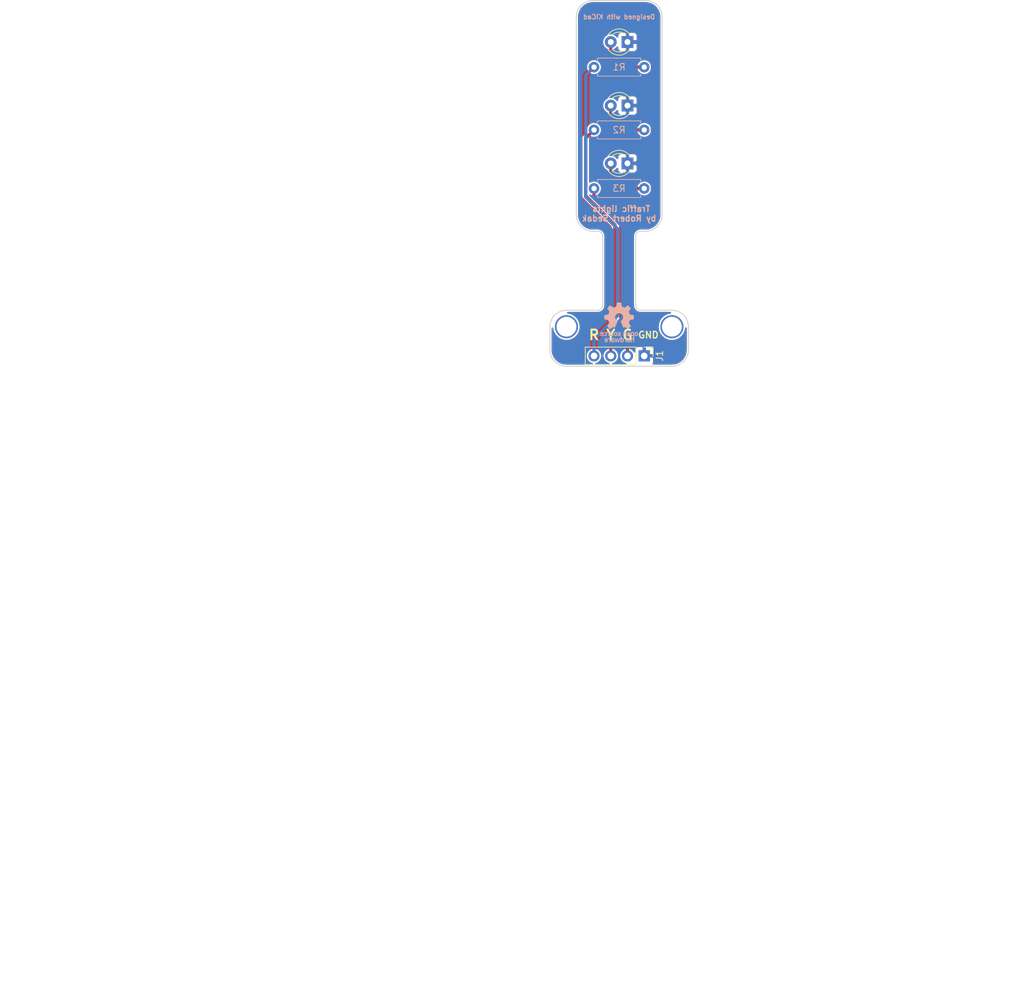
<source format=kicad_pcb>
(kicad_pcb (version 20211014) (generator pcbnew)
  (title_block (title "Traffic lights - vehicle") (date "2022-04-23") (rev "1.0") (company "Designed by Robert Sedak") (comment 1 "License: CC-BY-SA 4.0"))
  (layers (0 "F.Cu" signal) (31 "B.Cu" signal) (34 "B.Paste" user) (35 "F.Paste" user) (36 "B.SilkS" user "B.Silkscreen") (37 "F.SilkS" user "F.Silkscreen") (38 "B.Mask" user) (39 "F.Mask" user) (44 "Edge.Cuts" user))
  (net 0 "")
  (net 1 "Net-(D1-Pad2)")
  (net 2 "Net-(J1-Pad4)")
  (net 3 "Net-(D2-Pad2)")
  (net 4 "Net-(J1-Pad3)")
  (net 5 "Net-(D3-Pad2)")
  (net 6 "Net-(J1-Pad2)")
  (net 7 "Net-(D1-Pad1)")
  (footprint "LED_THT:LED_D3.0mm" (layer "F.Cu") (at 111.76 50.8 180)
    (fp_text reference "D1")
    (fp_text value "LED")
    (fp_line (start -0.29 -1.236) (end -0.29 -1.08) (layer "F.SilkS") (width 0.12))
    (fp_line (start -0.29 1.08) (end -0.29 1.236) (layer "F.SilkS") (width 0.12))
    (fp_arc (start 0.229039 -1.08) (mid 1.270117 -1.5) (end 2.31113 -1.079837) (layer "F.SilkS") (width 0.12))
    (fp_arc (start 2.31113 1.079837) (mid 1.270117 1.5) (end 0.229039 1.08) (layer "F.SilkS") (width 0.12))
    (fp_arc (start -0.29 -1.235516) (mid 1.366487 -1.987659) (end 2.942335 -1.078608) (layer "F.SilkS") (width 0.12))
    (fp_arc (start 2.942335 1.078608) (mid 1.366487 1.987659) (end -0.29 1.235516) (layer "F.SilkS") (width 0.12))
    (pad "1" thru_hole rect locked (at 0 0 180) (size 1.8 1.8) (drill 0.9) (layers *.Cu *.Mask) (net 7 "Net-(D1-Pad1)"))
    (pad "2" thru_hole circle locked (at 2.54 0 180) (size 1.8 1.8) (drill 0.9) (layers *.Cu *.Mask) (net 1 "Net-(D1-Pad2)"))
  )
  (footprint "LED_THT:LED_D3.0mm" (layer "F.Cu") (at 111.76 60.445 180)
    (fp_text reference "D2")
    (fp_text value "LED")
    (fp_line (start -0.29 1.08) (end -0.29 1.236) (layer "F.SilkS") (width 0.12))
    (fp_line (start -0.29 -1.236) (end -0.29 -1.08) (layer "F.SilkS") (width 0.12))
    (fp_arc (start 2.942335 1.078608) (mid 1.366487 1.987659) (end -0.29 1.235516) (layer "F.SilkS") (width 0.12))
    (fp_arc (start 2.31113 1.079837) (mid 1.270117 1.5) (end 0.229039 1.08) (layer "F.SilkS") (width 0.12))
    (fp_arc (start -0.29 -1.235516) (mid 1.366487 -1.987659) (end 2.942335 -1.078608) (layer "F.SilkS") (width 0.12))
    (fp_arc (start 0.229039 -1.08) (mid 1.270117 -1.5) (end 2.31113 -1.079837) (layer "F.SilkS") (width 0.12))
    (pad "1" thru_hole rect locked (at 0 0 180) (size 1.8 1.8) (drill 0.9) (layers *.Cu *.Mask) (net 7 "Net-(D1-Pad1)"))
    (pad "2" thru_hole circle locked (at 2.54 0 180) (size 1.8 1.8) (drill 0.9) (layers *.Cu *.Mask) (net 3 "Net-(D2-Pad2)"))
  )
  (footprint "LED_THT:LED_D3.0mm" (layer "F.Cu") (at 111.76 69.215 180)
    (fp_text reference "D3")
    (fp_text value "LED")
    (fp_line (start -0.29 1.08) (end -0.29 1.236) (layer "F.SilkS") (width 0.12))
    (fp_line (start -0.29 -1.236) (end -0.29 -1.08) (layer "F.SilkS") (width 0.12))
    (fp_arc (start -0.29 -1.235516) (mid 1.366487 -1.987659) (end 2.942335 -1.078608) (layer "F.SilkS") (width 0.12))
    (fp_arc (start 2.942335 1.078608) (mid 1.366487 1.987659) (end -0.29 1.235516) (layer "F.SilkS") (width 0.12))
    (fp_arc (start 2.31113 1.079837) (mid 1.270117 1.5) (end 0.229039 1.08) (layer "F.SilkS") (width 0.12))
    (fp_arc (start 0.229039 -1.08) (mid 1.270117 -1.5) (end 2.31113 -1.079837) (layer "F.SilkS") (width 0.12))
    (pad "1" thru_hole rect locked (at 0 0 180) (size 1.8 1.8) (drill 0.9) (layers *.Cu *.Mask) (net 7 "Net-(D1-Pad1)"))
    (pad "2" thru_hole circle locked (at 2.54 0 180) (size 1.8 1.8) (drill 0.9) (layers *.Cu *.Mask) (net 5 "Net-(D3-Pad2)"))
  )
  (footprint "Connector_PinHeader_2.54mm:PinHeader_1x04_P2.54mm_Vertical" (layer "F.Cu") (at 114.3 98.425 -90)
    (fp_text reference "J1" (at 0 -2.33 -90) (layer "F.SilkS"))
    (fp_text value "Conn_01x04_Male")
    (fp_line (start -1.33 -1.33) (end 0 -1.33) (layer "F.SilkS") (width 0.12))
    (fp_line (start -1.33 0) (end -1.33 -1.33) (layer "F.SilkS") (width 0.12))
    (fp_line (start -1.33 8.95) (end 1.33 8.95) (layer "F.SilkS") (width 0.12))
    (fp_line (start 1.33 1.27) (end 1.33 8.95) (layer "F.SilkS") (width 0.12))
    (fp_line (start -1.33 1.27) (end -1.33 8.95) (layer "F.SilkS") (width 0.12))
    (fp_line (start -1.33 1.27) (end 1.33 1.27) (layer "F.SilkS") (width 0.12))
    (pad "1" thru_hole rect locked (at 0 0 270) (size 1.7 1.7) (drill 1) (layers *.Cu *.Mask) (net 7 "Net-(D1-Pad1)"))
    (pad "2" thru_hole oval locked (at 0 2.54 270) (size 1.7 1.7) (drill 1) (layers *.Cu *.Mask) (net 6 "Net-(J1-Pad2)"))
    (pad "3" thru_hole oval locked (at 0 5.08 270) (size 1.7 1.7) (drill 1) (layers *.Cu *.Mask) (net 4 "Net-(J1-Pad3)"))
    (pad "4" thru_hole oval locked (at 0 7.62 270) (size 1.7 1.7) (drill 1) (layers *.Cu *.Mask) (net 2 "Net-(J1-Pad4)"))
  )
  (footprint "Resistor_THT:R_Axial_DIN0207_L6.3mm_D2.5mm_P7.62mm_Horizontal" (layer "B.Cu") (at 114.3 54.61 180)
    (fp_text reference "R1" (at 3.81 0 180) (layer "B.SilkS") (effects (justify mirror)))
    (fp_text value "220R")
    (fp_line (start 0.54 -1.04) (end 0.54 -1.37) (layer "B.SilkS") (width 0.12))
    (fp_line (start 0.54 1.04) (end 0.54 1.37) (layer "B.SilkS") (width 0.12))
    (fp_line (start 0.54 -1.37) (end 7.08 -1.37) (layer "B.SilkS") (width 0.12))
    (fp_line (start 7.08 -1.37) (end 7.08 -1.04) (layer "B.SilkS") (width 0.12))
    (fp_line (start 0.54 1.37) (end 7.08 1.37) (layer "B.SilkS") (width 0.12))
    (fp_line (start 7.08 1.37) (end 7.08 1.04) (layer "B.SilkS") (width 0.12))
    (pad "1" thru_hole circle locked (at 0 0 180) (size 1.6 1.6) (drill 0.8) (layers *.Cu *.Mask) (net 1 "Net-(D1-Pad2)"))
    (pad "2" thru_hole oval locked (at 7.62 0 180) (size 1.6 1.6) (drill 0.8) (layers *.Cu *.Mask) (net 2 "Net-(J1-Pad4)"))
  )
  (footprint "Resistor_THT:R_Axial_DIN0207_L6.3mm_D2.5mm_P7.62mm_Horizontal" (layer "B.Cu") (at 106.68 64.135)
    (fp_text reference "R2" (at 3.81 0) (layer "B.SilkS") (effects (justify mirror)))
    (fp_text value "220R")
    (fp_line (start 0.54 -1.37) (end 7.08 -1.37) (layer "B.SilkS") (width 0.12))
    (fp_line (start 0.54 1.04) (end 0.54 1.37) (layer "B.SilkS") (width 0.12))
    (fp_line (start 0.54 -1.04) (end 0.54 -1.37) (layer "B.SilkS") (width 0.12))
    (fp_line (start 0.54 1.37) (end 7.08 1.37) (layer "B.SilkS") (width 0.12))
    (fp_line (start 7.08 1.37) (end 7.08 1.04) (layer "B.SilkS") (width 0.12))
    (fp_line (start 7.08 -1.37) (end 7.08 -1.04) (layer "B.SilkS") (width 0.12))
    (pad "1" thru_hole circle locked (at 0 0) (size 1.6 1.6) (drill 0.8) (layers *.Cu *.Mask) (net 4 "Net-(J1-Pad3)"))
    (pad "2" thru_hole oval locked (at 7.62 0) (size 1.6 1.6) (drill 0.8) (layers *.Cu *.Mask) (net 3 "Net-(D2-Pad2)"))
  )
  (footprint "Resistor_THT:R_Axial_DIN0207_L6.3mm_D2.5mm_P7.62mm_Horizontal" (layer "B.Cu") (at 114.3 73.025 180)
    (fp_text reference "R3" (at 3.81 0 180) (layer "B.SilkS") (effects (justify mirror)))
    (fp_text value "220R")
    (fp_line (start 0.54 -1.04) (end 0.54 -1.37) (layer "B.SilkS") (width 0.12))
    (fp_line (start 0.54 1.04) (end 0.54 1.37) (layer "B.SilkS") (width 0.12))
    (fp_line (start 7.08 -1.37) (end 7.08 -1.04) (layer "B.SilkS") (width 0.12))
    (fp_line (start 0.54 -1.37) (end 7.08 -1.37) (layer "B.SilkS") (width 0.12))
    (fp_line (start 7.08 1.37) (end 7.08 1.04) (layer "B.SilkS") (width 0.12))
    (fp_line (start 0.54 1.37) (end 7.08 1.37) (layer "B.SilkS") (width 0.12))
    (pad "1" thru_hole circle locked (at 0 0 180) (size 1.6 1.6) (drill 0.8) (layers *.Cu *.Mask) (net 5 "Net-(D3-Pad2)"))
    (pad "2" thru_hole oval locked (at 7.62 0 180) (size 1.6 1.6) (drill 0.8) (layers *.Cu *.Mask) (net 6 "Net-(J1-Pad2)"))
  )
  (footprint "Symbol:OSHW-Logo_5.7x6mm_SilkScreen" (layer "B.Cu") (at 110.49 93.345 180)
    (fp_text reference "REF**" hide)
    (fp_text value "OSHW-Logo_5.7x6mm_SilkScreen" hide)
    (fp_poly (pts (xy -0.993356 -2.40302) (xy -0.974539 -2.40866) (xy -0.968473 -2.421053) (xy -0.968218 -2.426647) (xy -0.967129 -2.44223) (xy -0.959632 -2.444676) (xy -0.939381 -2.433993) (xy -0.927351 -2.426694) (xy -0.8894 -2.411063) (xy -0.844072 -2.403334) (xy -0.796544 -2.40274) (xy -0.751995 -2.408513) (xy -0.715602 -2.419884) (xy -0.692543 -2.436088) (xy -0.687996 -2.456355) (xy -0.690291 -2.461843) (xy -0.70702 -2.484626) (xy -0.732963 -2.512647) (xy -0.737655 -2.517177) (xy -0.762383 -2.538005) (xy -0.783718 -2.544735) (xy -0.813555 -2.540038) (xy -0.825508 -2.536917) (xy -0.862705 -2.529421) (xy -0.888859 -2.532792) (xy -0.910946 -2.544681) (xy -0.931178 -2.560635) (xy -0.946079 -2.5807) (xy -0.956434 -2.608702) (xy -0.963029 -2.648467) (xy -0.966649 -2.703823) (xy -0.968078 -2.778594) (xy -0.968218 -2.82374) (xy -0.968218 -3.017822) (xy -1.09396 -3.017822) (xy -1.09396 -2.401683) (xy -1.031089 -2.401683) (xy -0.993356 -2.40302)) (layer "B.SilkS") (width 0.01) (fill solid))
    (fp_poly (pts (xy 0.281524 -2.404237) (xy 0.331255 -2.407971) (xy 0.461291 -2.797773) (xy 0.481678 -2.728614) (xy 0.493946 -2.685874) (xy 0.510085 -2.628115) (xy 0.527512 -2.564625) (xy 0.536726 -2.53057) (xy 0.571388 -2.401683) (xy 0.714391 -2.401683) (xy 0.671646 -2.536857) (xy 0.650596 -2.603342) (xy 0.625167 -2.683539) (xy 0.59861 -2.767193) (xy 0.574902 -2.841782) (xy 0.520902 -3.011535) (xy 0.462598 -3.015328) (xy 0.404295 -3.019122) (xy 0.372679 -2.914734) (xy 0.353182 -2.849889) (xy 0.331904 -2.7784) (xy 0.313308 -2.715263) (xy 0.312574 -2.71275) (xy 0.298684 -2.669969) (xy 0.286429 -2.640779) (xy 0.277846 -2.629741) (xy 0.276082 -2.631018) (xy 0.269891 -2.64813) (xy 0.258128 -2.684787) (xy 0.242225 -2.736378) (xy 0.223614 -2.798294) (xy 0.213543 -2.832352) (xy 0.159007 -3.017822) (xy 0.043264 -3.017822) (xy -0.049263 -2.725471) (xy -0.075256 -2.643462) (xy -0.098934 -2.568987) (xy -0.11918 -2.505544) (xy -0.134874 -2.456632) (xy -0.144898 -2.425749) (xy -0.147945 -2.416726) (xy -0.145533 -2.407487) (xy -0.126592 -2.403441) (xy -0.087177 -2.403846) (xy -0.081007 -2.404152) (xy -0.007914 -2.407971) (xy 0.039957 -2.58401) (xy 0.057553 -2.648211) (xy 0.073277 -2.704649) (xy 0.085746 -2.748422) (xy 0.093574 -2.77463) (xy 0.09502 -2.778903) (xy 0.101014 -2.77399) (xy 0.113101 -2.748532) (xy 0.129893 -2.705997) (xy 0.150003 -2.64985) (xy 0.167003 -2.59913) (xy 0.231794 -2.400504) (xy 0.281524 -2.404237)) (layer "B.SilkS") (width 0.01) (fill solid))
    (fp_poly (pts (xy 2.677898 -1.456457) (xy 2.710096 -1.464279) (xy 2.771825 -1.492921) (xy 2.82461 -1.536667) (xy 2.861141 -1.589117) (xy 2.86616 -1.600893) (xy 2.873045 -1.63174) (xy 2.877864 -1.677371) (xy 2.879505 -1.723492) (xy 2.879505 -1.810693) (xy 2.697178 -1.810693) (xy 2.621979 -1.810978) (xy 2.569003 -1.812704) (xy 2.535325 -1.817181) (xy 2.51802 -1.82572) (xy 2.514163 -1.83963) (xy 2.520829 -1.860222) (xy 2.53277 -1.884315) (xy 2.56608 -1.924525) (xy 2.612368 -1.944558) (xy 2.668944 -1.943905) (xy 2.733031 -1.922101) (xy 2.788417 -1.895193) (xy 2.834375 -1.931532) (xy 2.880333 -1.967872) (xy 2.837096 -2.007819) (xy 2.779374 -2.045563) (xy 2.708386 -2.06832) (xy 2.632029 -2.074688) (xy 2.558199 -2.063268) (xy 2.546287 -2.059393) (xy 2.481399 -2.025506) (xy 2.43313 -1.974986) (xy 2.400465 -1.906325) (xy 2.382385 -1.818014) (xy 2.382175 -1.816121) (xy 2.380556 -1.719878) (xy 2.3871 -1.685542) (xy 2.514852 -1.685542) (xy 2.526584 -1.690822) (xy 2.558438 -1.694867) (xy 2.605397 -1.697176) (xy 2.635154 -1.697525) (xy 2.690648 -1.697306) (xy 2.725346 -1.695916) (xy 2.743601 -1.692251) (xy 2.749766 -1.68521) (xy 2.748195 -1.67369) (xy 2.746878 -1.669233) (xy 2.724382 -1.627355) (xy 2.689003 -1.593604) (xy 2.65778 -1.578773) (xy 2.616301 -1.579668) (xy 2.574269 -1.598164) (xy 2.539012 -1.628786) (xy 2.517854 -1.666062) (xy 2.514852 -1.685542) (xy 2.3871 -1.685542) (xy 2.39669 -1.635229) (xy 2.428698 -1.564191) (xy 2.474701 -1.508779) (xy 2.532821 -1.471009) (xy 2.60118 -1.452896) (xy 2.677898 -1.456457)) (layer "B.SilkS") (width 0.01) (fill solid))
    (fp_poly (pts (xy -0.754012 -1.469002) (xy -0.722717 -1.48395) (xy -0.692409 -1.505541) (xy -0.669318 -1.530391) (xy -0.6525 -1.562087) (xy -0.641006 -1.604214) (xy -0.633891 -1.660358) (xy -0.630207 -1.734106) (xy -0.629008 -1.829044) (xy -0.628989 -1.838985) (xy -0.628713 -2.062179) (xy -0.76703 -2.062179) (xy -0.76703 -1.856418) (xy -0.767128 -1.780189) (xy -0.767809 -1.724939) (xy -0.769651 -1.686501) (xy -0.773233 -1.660706) (xy -0.779132 -1.643384) (xy -0.787927 -1.630368) (xy -0.80018 -1.617507) (xy -0.843047 -1.589873) (xy -0.889843 -1.584745) (xy -0.934424 -1.602217) (xy -0.949928 -1.615221) (xy -0.96131 -1.627447) (xy -0.969481 -1.64054) (xy -0.974974 -1.658615) (xy -0.97832 -1.685787) (xy -0.980051 -1.72617) (xy -0.980697 -1.783879) (xy -0.980792 -1.854132) (xy -0.980792 -2.062179) (xy -1.119109 -2.062179) (xy -1.119109 -1.458614) (xy -1.04995 -1.458614) (xy -1.008428 -1.460256) (xy -0.987006 -1.466087) (xy -0.980795 -1.477461) (xy -0.980792 -1.477798) (xy -0.97791 -1.488938) (xy -0.965199 -1.487674) (xy -0.939926 -1.475434) (xy -0.882605 -1.457424) (xy -0.817037 -1.455421) (xy -0.754012 -1.469002)) (layer "B.SilkS") (width 0.01) (fill solid))
    (fp_poly (pts (xy 2.217226 -1.46388) (xy 2.29008 -1.49483) (xy 2.313027 -1.509895) (xy 2.342354 -1.533048) (xy 2.360764 -1.551253) (xy 2.363961 -1.557183) (xy 2.354935 -1.57034) (xy 2.331837 -1.592667) (xy 2.313344 -1.60825) (xy 2.262728 -1.648926) (xy 2.22276 -1.615295) (xy 2.191874 -1.593584) (xy 2.161759 -1.58609) (xy 2.127292 -1.58792) (xy 2.072561 -1.601528) (xy 2.034886 -1.629772) (xy 2.011991 -1.675433) (xy 2.001597 -1.741289) (xy 2.001595 -1.741331) (xy 2.002494 -1.814939) (xy 2.016463 -1.868946) (xy 2.044328 -1.905716) (xy 2.063325 -1.918168) (xy 2.113776 -1.933673) (xy 2.167663 -1.933683) (xy 2.214546 -1.918638) (xy 2.225644 -1.911287) (xy 2.253476 -1.892511) (xy 2.275236 -1.889434) (xy 2.298704 -1.903409) (xy 2.324649 -1.92851) (xy 2.365716 -1.97088) (xy 2.320121 -2.008464) (xy 2.249674 -2.050882) (xy 2.170233 -2.071785) (xy 2.087215 -2.070272) (xy 2.032694 -2.056411) (xy 1.96897 -2.022135) (xy 1.918005 -1.968212) (xy 1.894851 -1.930149) (xy 1.876099 -1.875536) (xy 1.866715 -1.806369) (xy 1.866643 -1.731407) (xy 1.875824 -1.659409) (xy 1.894199 -1.599137) (xy 1.897093 -1.592958) (xy 1.939952 -1.532351) (xy 1.997979 -1.488224) (xy 2.066591 -1.461493) (xy 2.141201 -1.453073) (xy 2.217226 -1.46388)) (layer "B.SilkS") (width 0.01) (fill solid))
    (fp_poly (pts (xy 1.79946 -1.45803) (xy 1.842711 -1.471245) (xy 1.870558 -1.487941) (xy 1.879629 -1.501145) (xy 1.877132 -1.516797) (xy 1.860931 -1.541385) (xy 1.847232 -1.5588) (xy 1.818992 -1.590283) (xy 1.797775 -1.603529) (xy 1.779688 -1.602664) (xy 1.726035 -1.58901) (xy 1.68663 -1.58963) (xy 1.654632 -1.605104) (xy 1.64389 -1.614161) (xy 1.609505 -1.646027) (xy 1.609505 -2.062179) (xy 1.471188 -2.062179) (xy 1.471188 -1.458614) (xy 1.540347 -1.458614) (xy 1.581869 -1.460256) (xy 1.603291 -1.466087) (xy 1.609502 -1.477461) (xy 1.609505 -1.477798) (xy 1.612439 -1.489713) (xy 1.625704 -1.488159) (xy 1.644084 -1.479563) (xy 1.682046 -1.463568) (xy 1.712872 -1.453945) (xy 1.752536 -1.451478) (xy 1.79946 -1.45803)) (layer "B.SilkS") (width 0.01) (fill solid))
    (fp_poly (pts (xy 1.038411 -2.405417) (xy 1.091411 -2.41829) (xy 1.106731 -2.42511) (xy 1.136428 -2.442974) (xy 1.15922 -2.463093) (xy 1.176083 -2.488962) (xy 1.187998 -2.524073) (xy 1.195942 -2.57192) (xy 1.200894 -2.635996) (xy 1.203831 -2.719794) (xy 1.204947 -2.775768) (xy 1.209052 -3.017822) (xy 1.138932 -3.017822) (xy 1.096393 -3.016038) (xy 1.074476 -3.009942) (xy 1.068812 -2.999706) (xy 1.065821 -2.988637) (xy 1.052451 -2.990754) (xy 1.034233 -2.999629) (xy 0.988624 -3.013233) (xy 0.930007 -3.016899) (xy 0.868354 -3.010903) (xy 0.813638 -2.995521) (xy 0.80873 -2.993386) (xy 0.758723 -2.958255) (xy 0.725756 -2.909419) (xy 0.710587 -2.852333) (xy 0.711746 -2.831824) (xy 0.835508 -2.831824) (xy 0.846413 -2.859425) (xy 0.878745 -2.879204) (xy 0.93091 -2.889819) (xy 0.958787 -2.891228) (xy 1.005247 -2.88762) (xy 1.036129 -2.873597) (xy 1.043664 -2.866931) (xy 1.064076 -2.830666) (xy 1.068812 -2.797773) (xy 1.068812 -2.753763) (xy 1.007513 -2.753763) (xy 0.936256 -2.757395) (xy 0.886276 -2.768818) (xy 0.854696 -2.788824) (xy 0.847626 -2.797743) (xy 0.835508 -2.831824) (xy 0.711746 -2.831824) (xy 0.713971 -2.792456) (xy 0.736663 -2.735244) (xy 0.767624 -2.69658) (xy 0.786376 -2.679864) (xy 0.804733 -2.668878) (xy 0.828619 -2.66218) (xy 0.863957 -2.658326) (xy 0.916669 -2.655873) (xy 0.937577 -2.655168) (xy 1.068812 -2.650879) (xy 1.06862 -2.611158) (xy 1.063537 -2.569405) (xy 1.045162 -2.544158) (xy 1.008039 -2.52803) (xy 1.007043 -2.527742) (xy 0.95441 -2.5214) (xy 0.902906 -2.529684) (xy 0.86463 -2.549827) (xy 0.849272 -2.559773) (xy 0.83273 -2.558397) (xy 0.807275 -2.543987) (xy 0.792328 -2.533817) (xy 0.763091 -2.512088) (xy 0.74498 -2.4958) (xy 0.742074 -2.491137) (xy 0.75404 -2.467005) (xy 0.789396 -2.438185) (xy 0.804753 -2.428461) (xy 0.848901 -2.411714) (xy 0.908398 -2.402227) (xy 0.974487 -2.400095) (xy 1.038411 -2.405417)) (layer "B.SilkS") (width 0.01) (fill solid))
    (fp_poly (pts (xy -1.356699 -1.472614) (xy -1.344168 -1.478514) (xy -1.300799 -1.510283) (xy -1.25979 -1.556646) (xy -1.229168 -1.607696) (xy -1.220459 -1.631166) (xy -1.212512 -1.673091) (xy -1.207774 -1.723757) (xy -1.207199 -1.744679) (xy -1.207129 -1.810693) (xy -1.587083 -1.810693) (xy -1.578983 -1.845273) (xy -1.559104 -1.88617) (xy -1.524347 -1.921514) (xy -1.482998 -1.944282) (xy -1.456649 -1.94901) (xy -1.420916 -1.943273) (xy -1.378282 -1.928882) (xy -1.363799 -1.922262) (xy -1.31024 -1.895513) (xy -1.264533 -1.930376) (xy -1.238158 -1.953955) (xy -1.224124 -1.973417) (xy -1.223414 -1.979129) (xy -1.235951 -1.992973) (xy -1.263428 -2.014012) (xy -1.288366 -2.030425) (xy -1.355664 -2.05993) (xy -1.43111 -2.073284) (xy -1.505888 -2.069812) (xy -1.565495 -2.051663) (xy -1.626941 -2.012784) (xy -1.670608 -1.961595) (xy -1.697926 -1.895367) (xy -1.710322 -1.811371) (xy -1.711421 -1.772936) (xy -1.707022 -1.684861) (xy -1.706482 -1.682299) (xy -1.580582 -1.682299) (xy -1.577115 -1.690558) (xy -1.562863 -1.695113) (xy -1.53347 -1.697065) (xy -1.484575 -1.697517) (xy -1.465748 -1.697525) (xy -1.408467 -1.696843) (xy -1.372141 -1.694364) (xy -1.352604 -1.689443) (xy -1.34569 -1.681434) (xy -1.345445 -1.678862) (xy -1.353336 -1.658423) (xy -1.373085 -1.629789) (xy -1.381575 -1.619763) (xy -1.413094 -1.591408) (xy -1.445949 -1.580259) (xy -1.463651 -1.579327) (xy -1.511539 -1.590981) (xy -1.551699 -1.622285) (xy -1.577173 -1.667752) (xy -1.577625 -1.669233) (xy -1.580582 -1.682299) (xy -1.706482 -1.682299) (xy -1.692392 -1.61551) (xy -1.666038 -1.560025) (xy -1.633807 -1.520639) (xy -1.574217 -1.477931) (xy -1.504168 -1.455109) (xy -1.429661 -1.453046) (xy -1.356699 -1.472614)) (layer "B.SilkS") (width 0.01) (fill solid))
    (fp_poly (pts (xy 0.376964 2.709982) (xy 0.433812 2.40843) (xy 0.853338 2.235488) (xy 1.104984 2.406605) (xy 1.175458 2.45425) (xy 1.239163 2.49679) (xy 1.293126 2.532285) (xy 1.334373 2.55879) (xy 1.359934 2.574364) (xy 1.366895 2.577722) (xy 1.379435 2.569086) (xy 1.406231 2.545208) (xy 1.44428 2.509141) (xy 1.490579 2.463933) (xy 1.542123 2.412636) (xy 1.595909 2.358299) (xy 1.648935 2.303972) (xy 1.698195 2.252705) (xy 1.740687 2.207549) (xy 1.773407 2.171554) (xy 1.793351 2.14777) (xy 1.798119 2.13981) (xy 1.791257 2.125135) (xy 1.77202 2.092986) (xy 1.74243 2.046508) (xy 1.70451 1.988844) (xy 1.660282 1.92314) (xy 1.634654 1.885664) (xy 1.587941 1.817232) (xy 1.546432 1.75548) (xy 1.51214 1.703481) (xy 1.48708 1.664308) (xy 1.473264 1.641035) (xy 1.471188 1.636145) (xy 1.475895 1.622245) (xy 1.488723 1.58985) (xy 1.507738 1.543515) (xy 1.531003 1.487794) (xy 1.556584 1.427242) (xy 1.582545 1.366414) (xy 1.60695 1.309864) (xy 1.627863 1.262148) (xy 1.643349 1.227819) (xy 1.651472 1.211432) (xy 1.651952 1.210788) (xy 1.664707 1.207659) (xy 1.698677 1.200679) (xy 1.75034 1.190533) (xy 1.816176 1.177908) (xy 1.892664 1.163491) (xy 1.93729 1.155177) (xy 2.019021 1.139616) (xy 2.092843 1.124808) (xy 2.155021 1.111564) (xy 2.201822 1.100695) (xy 2.229509 1.093011) (xy 2.235074 1.090573) (xy 2.240526 1.07407) (xy 2.244924 1.0368) (xy 2.248272 0.98312) (xy 2.250574 0.917388) (xy 2.251832 0.843963) (xy 2.252048 0.767204) (xy 2.251227 0.691468) (xy 2.249371 0.621114) (xy 2.246482 0.5605) (xy 2.242565 0.513984) (xy 2.237622 0.485925) (xy 2.234657 0.480084) (xy 2.216934 0.473083) (xy 2.179381 0.463073) (xy 2.126964 0.451231) (xy 2.064652 0.438733) (xy 2.0429 0.43469) (xy 1.938024 0.41548) (xy 1.85518 0.400009) (xy 1.79163 0.387663) (xy 1.744637 0.377827) (xy 1.711463 0.369886) (xy 1.689371 0.363224) (xy 1.675624 0.357227) (xy 1.667484 0.351281) (xy 1.666345 0.350106) (xy 1.654977 0.331174) (xy 1.637635 0.294331) (xy 1.61605 0.244087) (xy 1.591954 0.184954) (xy 1.567079 0.121444) (xy 1.543157 0.058068) (xy 1.521919 -0.000662) (xy 1.505097 -0.050235) (xy 1.494422 -0.086139) (xy 1.491627 -0.103862) (xy 1.49186 -0.104483) (xy 1.501331 -0.11897) (xy 1.522818 -0.150844) (xy 1.554063 -0.196789) (xy 1.592807 -0.253485) (xy 1.636793 -0.317617) (xy 1.649319 -0.335842) (xy 1.693984 -0.401914) (xy 1.733288 -0.4622) (xy 1.765088 -0.513235) (xy 1.787245 -0.55156) (xy 1.797617 -0.573711) (xy 1.798119 -0.576432) (xy 1.789405 -0.590736) (xy 1.765325 -0.619072) (xy 1.728976 -0.658396) (xy 1.683453 -0.705661) (xy 1.631852 -0.757823) (xy 1.577267 -0.811835) (xy 1.522794 -0.864653) (xy 1.471529 -0.913231) (xy 1.426567 -0.954523) (xy 1.391004 -0.985485) (xy 1.367935 -1.00307) (xy 1.361554 -1.005941) (xy 1.346699 -0.999178) (xy 1.316286 -0.980939) (xy 1.275268 -0.954297) (xy 1.243709 -0.932852) (xy 1.186525 -0.893503) (xy 1.118806 -0.847171) (xy 1.05088 -0.800913) (xy 1.014361 -0.776155) (xy 0.890752 -0.692547) (xy 0.786991 -0.74865) (xy 0.73972 -0.773228) (xy 0.699523 -0.792331) (xy 0.672326 -0.803227) (xy 0.665402 -0.804743) (xy 0.657077 -0.793549) (xy 0.640654 -0.761917) (xy 0.617357 -0.712765) (xy 0.588414 -0.64901) (xy 0.55505 -0.573571) (xy 0.518491 -0.489364) (xy 0.479964 -0.399308) (xy 0.440694 -0.306321) (xy 0.401908 -0.21332) (xy 0.36483 -0.123223) (xy 0.330689 -0.038948) (xy 0.300708 0.036587) (xy 0.276116 0.100466) (xy 0.258136 0.149769) (xy 0.247997 0.181579) (xy 0.246366 0.192504) (xy 0.259291 0.206439) (xy 0.287589 0.22906) (xy 0.325346 0.255667) (xy 0.328515 0.257772) (xy 0.4261 0.335886) (xy 0.504786 0.427018) (xy 0.563891 0.528255) (xy 0.602732 0.636682) (xy 0.620628 0.749386) (xy 0.616897 0.863452) (xy 0.590857 0.975966) (xy 0.541825 1.084015) (xy 0.5274 1.107655) (xy 0.452369 1.203113) (xy 0.36373 1.279768) (xy 0.264549 1.33722) (xy 0.157895 1.375071) (xy 0.046836 1.392922) (xy -0.065561 1.390375) (xy -0.176227 1.36703) (xy -0.282094 1.32249) (xy -0.380095 1.256355) (xy -0.41041 1.229513) (xy -0.487562 1.145488) (xy -0.543782 1.057034) (xy -0.582347 0.957885) (xy -0.603826 0.859697) (xy -0.609128 0.749303) (xy -0.591448 0.63836) (xy -0.552581 0.530619) (xy -0.494323 0.429831) (xy -0.418469 0.339744) (xy -0.326817 0.264108) (xy -0.314772 0.256136) (xy -0.276611 0.230026) (xy -0.247601 0.207405) (xy -0.233732 0.192961) (xy -0.233531 0.192504) (xy -0.236508 0.176879) (xy -0.248311 0.141418) (xy -0.267714 0.089038) (xy -0.293488 0.022655) (xy -0.324409 -0.054814) (xy -0.359249 -0.14045) (xy -0.396783 -0.231337) (xy -0.435783 -0.324559) (xy -0.475023 -0.417197) (xy -0.513276 -0.506335) (xy -0.549317 -0.589055) (xy -0.581917 -0.662441) (xy -0.609852 -0.723575) (xy -0.631895 -0.769541) (xy -0.646818 -0.797421) (xy -0.652828 -0.804743) (xy -0.671191 -0.799041) (xy -0.705552 -0.783749) (xy -0.749984 -0.761599) (xy -0.774417 -0.74865) (xy -0.878178 -0.692547) (xy -1.001787 -0.776155) (xy -1.064886 -0.818987) (xy -1.13397 -0.866122) (xy -1.198707 -0.910503) (xy -1.231134 -0.932852) (xy -1.276741 -0.963477) (xy -1.31536 -0.987747) (xy -1.341952 -1.002587) (xy -1.35059 -1.005724) (xy -1.363161 -0.997261) (xy -1.390984 -0.973636) (xy -1.431361 -0.937302) (xy -1.481595 -0.890711) (xy -1.538988 -0.836317) (xy -1.575286 -0.801392) (xy -1.63879 -0.738996) (xy -1.693673 -0.683188) (xy -1.737714 -0.636354) (xy -1.768695 -0.600882) (xy -1.784398 -0.579161) (xy -1.785905 -0.574752) (xy -1.778914 -0.557985) (xy -1.759594 -0.524082) (xy -1.730091 -0.476476) (xy -1.692545 -0.418599) (xy -1.6491 -0.353884) (xy -1.636745 -0.335842) (xy -1.591727 -0.270267) (xy -1.55134 -0.211228) (xy -1.51784 -0.162042) (xy -1.493486 -0.126028) (xy -1.480536 -0.106502) (xy -1.479285 -0.104483) (xy -1.481156 -0.088922) (xy -1.491087 -0.054709) (xy -1.507347 -0.006355) (xy -1.528205 0.051629) (xy -1.551927 0.11473) (xy -1.576784 0.178437) (xy -1.601042 0.238239) (xy -1.622971 0.289624) (xy -1.640838 0.328081) (xy -1.652913 0.349098) (xy -1.653771 0.350106) (xy -1.661154 0.356112) (xy -1.673625 0.362052) (xy -1.69392 0.36854) (xy -1.724778 0.376191) (xy -1.768934 0.38562) (xy -1.829126 0.397441) (xy -1.908093 0.412271) (xy -2.00857 0.430723) (xy -2.030325 0.43469) (xy -2.094802 0.447147) (xy -2.151011 0.459334) (xy -2.193987 0.470074) (xy -2.21876 0.478191) (xy -2.222082 0.480084) (xy -2.227556 0.496862) (xy -2.232006 0.534355) (xy -2.235428 0.588206) (xy -2.237819 0.654056) (xy -2.239177 0.727547) (xy -2.239499 0.80432) (xy -2.238781 0.880017) (xy -2.237021 0.95028) (xy -2.234216 1.01075) (xy -2.230362 1.05707) (xy -2.225457 1.084881) (xy -2.2225 1.090573) (xy -2.206037 1.096314) (xy -2.168551 1.105655) (xy -2.113775 1.117785) (xy -2.045445 1.131893) (xy -1.967294 1.14717) (xy -1.924716 1.155177) (xy -1.843929 1.170279) (xy -1.771887 1.18396) (xy -1.712111 1.195533) (xy -1.668121 1.204313) (xy -1.643439 1.209613) (xy -1.639377 1.210788) (xy -1.632511 1.224035) (xy -1.617998 1.255943) (xy -1.597771 1.301953) (xy -1.573766 1.357508) (xy -1.547918 1.418047) (xy -1.52216 1.479014) (xy -1.498427 1.535849) (xy -1.478654 1.583994) (xy -1.464776 1.61889) (xy -1.458726 1.635979) (xy -1.458614 1.636726) (xy -1.465472 1.650207) (xy -1.484698 1.68123) (xy -1.514272 1.726711) (xy -1.552173 1.783568) (xy -1.59638 1.848717) (xy -1.622079 1.886138) (xy -1.668907 1.954753) (xy -1.710499 2.017048) (xy -1.744825 2.069871) (xy -1.769857 2.110073) (xy -1.783565 2.1345) (xy -1.785544 2.139976) (xy -1.777034 2.152722) (xy -1.753507 2.179937) (xy -1.717968 2.218572) (xy -1.673423 2.265577) (xy -1.622877 2.317905) (xy -1.569336 2.372505) (xy -1.515805 2.42633) (xy -1.465289 2.47633) (xy -1.420794 2.519457) (xy -1.385325 2.552661) (xy -1.361887 2.572894) (xy -1.354046 2.577722) (xy -1.34128 2.570933) (xy -1.310744 2.551858) (xy -1.26541 2.522439) (xy -1.208244 2.484619) (xy -1.142216 2.440339) (xy -1.09241 2.406605) (xy -0.840764 2.235488) (xy -0.631001 2.321959) (xy -0.421237 2.40843) (xy -0.364389 2.709982) (xy -0.30754 3.011534) (xy 0.320115 3.011534) (xy 0.376964 2.709982)) (layer "B.SilkS") (width 0.01) (fill solid))
    (fp_poly (pts (xy 0.610762 -1.466055) (xy 0.674363 -1.500692) (xy 0.724123 -1.555372) (xy 0.747568 -1.599842) (xy 0.757634 -1.639121) (xy 0.764156 -1.695116) (xy 0.766951 -1.759621) (xy 0.765836 -1.824429) (xy 0.760626 -1.881334) (xy 0.754541 -1.911727) (xy 0.734014 -1.953306) (xy 0.698463 -1.997468) (xy 0.655619 -2.036087) (xy 0.613211 -2.061034) (xy 0.612177 -2.06143) (xy 0.559553 -2.072331) (xy 0.497188 -2.072601) (xy 0.437924 -2.062676) (xy 0.41504 -2.054722) (xy 0.356102 -2.0213) (xy 0.31389 -1.977511) (xy 0.286156 -1.919538) (xy 0.270651 -1.843565) (xy 0.267143 -1.803771) (xy 0.26759 -1.753766) (xy 0.402376 -1.753766) (xy 0.406917 -1.826732) (xy 0.419986 -1.882334) (xy 0.440756 -1.917861) (xy 0.455552 -1.92802) (xy 0.493464 -1.935104) (xy 0.538527 -1.933007) (xy 0.577487 -1.922812) (xy 0.587704 -1.917204) (xy 0.614659 -1.884538) (xy 0.632451 -1.834545) (xy 0.640024 -1.773705) (xy 0.636325 -1.708497) (xy 0.628057 -1.669253) (xy 0.60432 -1.623805) (xy 0.566849 -1.595396) (xy 0.52172 -1.585573) (xy 0.475011 -1.595887) (xy 0.439132 -1.621112) (xy 0.420277 -1.641925) (xy 0.409272 -1.662439) (xy 0.404026 -1.690203) (xy 0.402449 -1.732762) (xy 0.402376 -1.753766) (xy 0.26759 -1.753766) (xy 0.268094 -1.69758) (xy 0.285388 -1.610501) (xy 0.319029 -1.54253) (xy 0.369018 -1.493664) (xy 0.435356 -1.463899) (xy 0.449601 -1.460448) (xy 0.53521 -1.452345) (xy 0.610762 -1.466055)) (layer "B.SilkS") (width 0.01) (fill solid))
    (fp_poly (pts (xy -1.38421 -2.406555) (xy -1.325055 -2.422339) (xy -1.280023 -2.450948) (xy -1.248246 -2.488419) (xy -1.238366 -2.504411) (xy -1.231073 -2.521163) (xy -1.225974 -2.542592) (xy -1.222679 -2.572616) (xy -1.220797 -2.615154) (xy -1.219937 -2.674122) (xy -1.219707 -2.75344) (xy -1.219703 -2.774484) (xy -1.219703 -3.017822) (xy -1.280059 -3.017822) (xy -1.318557 -3.015126) (xy -1.347023 -3.008295) (xy -1.354155 -3.004083) (xy -1.373652 -2.996813) (xy -1.393566 -3.004083) (xy -1.426353 -3.01316) (xy -1.473978 -3.016813) (xy -1.526764 -3.015228) (xy -1.575036 -3.008589) (xy -1.603218 -3.000072) (xy -1.657753 -2.965063) (xy -1.691835 -2.916479) (xy -1.707157 -2.851882) (xy -1.707299 -2.850223) (xy -1.705955 -2.821566) (xy -1.584356 -2.821566) (xy -1.573726 -2.854161) (xy -1.55641 -2.872505) (xy -1.521652 -2.886379) (xy -1.475773 -2.891917) (xy -1.428988 -2.889191) (xy -1.391514 -2.878274) (xy -1.381015 -2.871269) (xy -1.362668 -2.838904) (xy -1.35802 -2.802111) (xy -1.35802 -2.753763) (xy -1.427582 -2.753763) (xy -1.493667 -2.75885) (xy -1.543764 -2.773263) (xy -1.574929 -2.795729) (xy -1.584356 -2.821566) (xy -1.705955 -2.821566) (xy -1.703987 -2.779647) (xy -1.68071 -2.723845) (xy -1.636948 -2.681647) (xy -1.630899 -2.677808) (xy -1.604907 -2.665309) (xy -1.572735 -2.65774) (xy -1.52776 -2.654061) (xy -1.474331 -2.653216) (xy -1.35802 -2.653169) (xy -1.35802 -2.604411) (xy -1.362953 -2.566581) (xy -1.375543 -2.541236) (xy -1.377017 -2.539887) (xy -1.405034 -2.5288) (xy -1.447326 -2.524503) (xy -1.494064 -2.526615) (xy -1.535418 -2.534756) (xy -1.559957 -2.546965) (xy -1.573253 -2.556746) (xy -1.587294 -2.558613) (xy -1.606671 -2.5506) (xy -1.635976 -2.530739) (xy -1.679803 -2.497063) (xy -1.683825 -2.493909) (xy -1.681764 -2.482236) (xy -1.664568 -2.462822) (xy -1.638433 -2.441248) (xy -1.609552 -2.423096) (xy -1.600478 -2.418809) (xy -1.56738 -2.410256) (xy -1.51888 -2.404155) (xy -1.464695 -2.401708) (xy -1.462161 -2.401703) (xy -1.38421 -2.406555)) (layer "B.SilkS") (width 0.01) (fill solid))
    (fp_poly (pts (xy 0.014017 -1.456452) (xy 0.061634 -1.465482) (xy 0.111034 -1.48437) (xy 0.116312 -1.486777) (xy 0.153774 -1.506476) (xy 0.179717 -1.524781) (xy 0.188103 -1.536508) (xy 0.180117 -1.555632) (xy 0.16072 -1.58385) (xy 0.15211 -1.594384) (xy 0.116628 -1.635847) (xy 0.070885 -1.608858) (xy 0.02735 -1.590878) (xy -0.02295 -1.581267) (xy -0.071188 -1.58066) (xy -0.108533 -1.589691) (xy -0.117495 -1.595327) (xy -0.134563 -1.621171) (xy -0.136637 -1.650941) (xy -0.123866 -1.674197) (xy -0.116312 -1.678708) (xy -0.093675 -1.684309) (xy -0.053885 -1.690892) (xy -0.004834 -1.697183) (xy 0.004215 -1.69817) (xy 0.082996 -1.711798) (xy 0.140136 -1.734946) (xy 0.17803 -1.769752) (xy 0.199079 -1.818354) (xy 0.205635 -1.877718) (xy 0.196577 -1.945198) (xy 0.167164 -1.998188) (xy 0.117278 -2.036783) (xy 0.0468 -2.061081) (xy -0.031435 -2.070667) (xy -0.095234 -2.070552) (xy -0.146984 -2.061845) (xy -0.182327 -2.049825) (xy -0.226983 -2.02888) (xy -0.268253 -2.004574) (xy -0.282921 -1.993876) (xy -0.320643 -1.963084) (xy -0.275148 -1.917049) (xy -0.229653 -1.871013) (xy -0.177928 -1.905243) (xy -0.126048 -1.930952) (xy -0.070649 -1.944399) (xy -0.017395 -1.945818) (xy 0.028049 -1.935443) (xy 0.060016 -1.913507) (xy 0.070338 -1.894998) (xy 0.068789 -1.865314) (xy 0.04314 -1.842615) (xy -0.00654 -1.82694) (xy -0.060969 -1.819695) (xy -0.144736 -1.805873) (xy -0.206967 -1.779796) (xy -0.248493 -1.740699) (xy -0.270147 -1.68782) (xy -0.273147 -1.625126) (xy -0.258329 -1.559642) (xy -0.224546 -1.510144) (xy -0.171495 -1.476408) (xy -0.098874 -1.458207) (xy -0.045072 -1.454639) (xy 0.014017 -1.456452)) (layer "B.SilkS") (width 0.01) (fill solid))
    (fp_poly (pts (xy 2.032581 -2.40497) (xy 2.092685 -2.420597) (xy 2.143021 -2.452848) (xy 2.167393 -2.47694) (xy 2.207345 -2.533895) (xy 2.230242 -2.599965) (xy 2.238108 -2.681182) (xy 2.238148 -2.687748) (xy 2.238218 -2.753763) (xy 1.858264 -2.753763) (xy 1.866363 -2.788342) (xy 1.880987 -2.819659) (xy 1.906581 -2.852291) (xy 1.911935 -2.8575) (xy 1.957943 -2.885694) (xy 2.01041 -2.890475) (xy 2.070803 -2.871926) (xy 2.08104 -2.866931) (xy 2.112439 -2.851745) (xy 2.13347 -2.843094) (xy 2.137139 -2.842293) (xy 2.149948 -2.850063) (xy 2.174378 -2.869072) (xy 2.186779 -2.87946) (xy 2.212476 -2.903321) (xy 2.220915 -2.919077) (xy 2.215058 -2.933571) (xy 2.211928 -2.937534) (xy 2.190725 -2.954879) (xy 2.155738 -2.975959) (xy 2.131337 -2.988265) (xy 2.062072 -3.009946) (xy 1.985388 -3.016971) (xy 1.912765 -3.008647) (xy 1.892426 -3.002686) (xy 1.829476 -2.968952) (xy 1.782815 -2.917045) (xy 1.752173 -2.846459) (xy 1.737282 -2.756692) (xy 1.735647 -2.709753) (xy 1.740421 -2.641413) (xy 1.86099 -2.641413) (xy 1.872652 -2.646465) (xy 1.903998 -2.650429) (xy 1.949571 -2.652768) (xy 1.980446 -2.653169) (xy 2.035981 -2.652783) (xy 2.071033 -2.650975) (xy 2.090262 -2.646773) (xy 2.09833 -2.639203) (xy 2.099901 -2.628218) (xy 2.089121 -2.594381) (xy 2.06198 -2.56094) (xy 2.026277 -2.535272) (xy 1.99056 -2.524772) (xy 1.942048 -2.534086) (xy 1.900053 -2.561013) (xy 1.870936 -2.599827) (xy 1.86099 -2.641413) (xy 1.740421 -2.641413) (xy 1.742599 -2.610236) (xy 1.764055 -2.530949) (xy 1.80047 -2.471263) (xy 1.852297 -2.430549) (xy 1.91999 -2.408179) (xy 1.956662 -2.403871) (xy 2.032581 -2.40497)) (layer "B.SilkS") (width 0.01) (fill solid))
    (fp_poly (pts (xy 0.993367 -1.654342) (xy 0.994555 -1.746563) (xy 0.998897 -1.81661) (xy 1.007558 -1.867381) (xy 1.021704 -1.901772) (xy 1.0425 -1.922679) (xy 1.07111 -1.933) (xy 1.106535 -1.935636) (xy 1.143636 -1.932682) (xy 1.171818 -1.921889) (xy 1.192243 -1.90036) (xy 1.206079 -1.865199) (xy 1.214491 -1.81351) (xy 1.218643 -1.742394) (xy 1.219703 -1.654342) (xy 1.219703 -1.458614) (xy 1.35802 -1.458614) (xy 1.35802 -2.062179) (xy 1.288862 -2.062179) (xy 1.24717 -2.060489) (xy 1.225701 -2.054556) (xy 1.219703 -2.043293) (xy 1.216091 -2.033261) (xy 1.201714 -2.035383) (xy 1.172736 -2.04958) (xy 1.106319 -2.07148) (xy 1.035875 -2.069928) (xy 0.968377 -2.046147) (xy 0.936233 -2.027362) (xy 0.911715 -2.007022) (xy 0.893804 -1.981573) (xy 0.881479 -1.947458) (xy 0.873723 -1.901121) (xy 0.869516 -1.839007) (xy 0.86784 -1.757561) (xy 0.867624 -1.694578) (xy 0.867624 -1.458614) (xy 0.993367 -1.458614) (xy 0.993367 -1.654342)) (layer "B.SilkS") (width 0.01) (fill solid))
    (fp_poly (pts (xy -1.908759 -1.469184) (xy -1.882247 -1.482282) (xy -1.849553 -1.505106) (xy -1.825725 -1.529996) (xy -1.809406 -1.561249) (xy -1.79924 -1.603166) (xy -1.793872 -1.660044) (xy -1.791944 -1.736184) (xy -1.791831 -1.768917) (xy -1.792161 -1.840656) (xy -1.793527 -1.891927) (xy -1.7965 -1.927404) (xy -1.801649 -1.951763) (xy -1.809543 -1.96968) (xy -1.817757 -1.981902) (xy -1.870187 -2.033905) (xy -1.93193 -2.065184) (xy -1.998536 -2.074592) (xy -2.065558 -2.06098) (xy -2.086792 -2.051354) (xy -2.137624 -2.024859) (xy -2.137624 -2.440052) (xy -2.100525 -2.420868) (xy -2.051643 -2.406025) (xy -1.991561 -2.402222) (xy -1.931564 -2.409243) (xy -1.886256 -2.425013) (xy -1.848675 -2.455047) (xy -1.816564 -2.498024) (xy -1.81415 -2.502436) (xy -1.803967 -2.523221) (xy -1.79653 -2.54417) (xy -1.791411 -2.569548) (xy -1.788181 -2.603618) (xy -1.786413 -2.650641) (xy -1.785677 -2.714882) (xy -1.785544 -2.787176) (xy -1.785544 -3.017822) (xy -1.923861 -3.017822) (xy -1.923861 -2.592533) (xy -1.962549 -2.559979) (xy -2.002738 -2.53394) (xy -2.040797 -2.529205) (xy -2.079066 -2.541389) (xy -2.099462 -2.55332) (xy -2.114642 -2.570313) (xy -2.125438 -2.595995) (xy -2.132683 -2.633991) (xy -2.137208 -2.687926) (xy -2.139844 -2.761425) (xy -2.140772 -2.810347) (xy -2.143911 -3.011535) (xy -2.209926 -3.015336) (xy -2.27594 -3.019136) (xy -2.27594 -1.77065) (xy -2.137624 -1.77065) (xy -2.134097 -1.840254) (xy -2.122215 -1.888569) (xy -2.10002 -1.918631) (xy -2.065559 -1.933471) (xy -2.030742 -1.936436) (xy -1.991329 -1.933028) (xy -1.965171 -1.919617) (xy -1.948814 -1.901896) (xy -1.935937 -1.882835) (xy -1.928272 -1.861601) (xy -1.924861 -1.831849) (xy -1.924749 -1.787236) (xy -1.925897 -1.74988) (xy -1.928532 -1.693604) (xy -1.932456 -1.656658) (xy -1.939063 -1.633223) (xy -1.949749 -1.61748) (xy -1.959833 -1.60838) (xy -2.00197 -1.588537) (xy -2.05184 -1.585332) (xy -2.080476 -1.592168) (xy -2.108828 -1.616464) (xy -2.127609 -1.663728) (xy -2.136712 -1.733624) (xy -2.137624 -1.77065) (xy -2.27594 -1.77065) (xy -2.27594 -1.458614) (xy -2.206782 -1.458614) (xy -2.16526 -1.460256) (xy -2.143838 -1.466087) (xy -2.137626 -1.477461) (xy -2.137624 -1.477798) (xy -2.134742 -1.488938) (xy -2.12203 -1.487673) (xy -2.096757 -1.475433) (xy -2.037869 -1.456707) (xy -1.971615 -1.454739) (xy -1.908759 -1.469184)) (layer "B.SilkS") (width 0.01) (fill solid))
    (fp_poly (pts (xy -2.538261 -1.465148) (xy -2.472479 -1.494231) (xy -2.42254 -1.542793) (xy -2.388374 -1.610908) (xy -2.369907 -1.698651) (xy -2.368583 -1.712351) (xy -2.367546 -1.808939) (xy -2.380993 -1.893602) (xy -2.408108 -1.962221) (xy -2.422627 -1.984294) (xy -2.473201 -2.031011) (xy -2.537609 -2.061268) (xy -2.609666 -2.073824) (xy -2.683185 -2.067439) (xy -2.739072 -2.047772) (xy -2.787132 -2.014629) (xy -2.826412 -1.971175) (xy -2.827092 -1.970158) (xy -2.843044 -1.943338) (xy -2.85341 -1.916368) (xy -2.859688 -1.882332) (xy -2.863373 -1.83431) (xy -2.864997 -1.794931) (xy -2.865672 -1.759219) (xy -2.739955 -1.759219) (xy -2.738726 -1.79477) (xy -2.734266 -1.842094) (xy -2.726397 -1.872465) (xy -2.712207 -1.894072) (xy -2.698917 -1.906694) (xy -2.651802 -1.933122) (xy -2.602505 -1.936653) (xy -2.556593 -1.917639) (xy -2.533638 -1.896331) (xy -2.517096 -1.874859) (xy -2.507421 -1.854313) (xy -2.503174 -1.827574) (xy -2.50292 -1.787523) (xy -2.504228 -1.750638) (xy -2.507043 -1.697947) (xy -2.511505 -1.663772) (xy -2.519548 -1.64148) (xy -2.533103 -1.624442) (xy -2.543845 -1.614703) (xy -2.588777 -1.589123) (xy -2.637249 -1.587847) (xy -2.677894 -1.602999) (xy -2.712567 -1.634642) (xy -2.733224 -1.68662) (xy -2.739955 -1.759219) (xy -2.865672 -1.759219) (xy -2.866479 -1.716621) (xy -2.863948 -1.658056) (xy -2.856362 -1.614007) (xy -2.842681 -1.579248) (xy -2.821865 -1.548551) (xy -2.814147 -1.539436) (xy -2.765889 -1.494021) (xy -2.714128 -1.467493) (xy -2.650828 -1.456379) (xy -2.619961 -1.455471) (xy -2.538261 -1.465148)) (layer "B.SilkS") (width 0.01) (fill solid))
    (fp_poly (pts (xy -0.201188 -3.017822) (xy -0.270346 -3.017822) (xy -0.310488 -3.016645) (xy -0.331394 -3.011772) (xy -0.338922 -3.001186) (xy -0.339505 -2.994029) (xy -0.340774 -2.979676) (xy -0.348779 -2.976923) (xy -0.369815 -2.985771) (xy -0.386173 -2.994029) (xy -0.448977 -3.013597) (xy -0.517248 -3.014729) (xy -0.572752 -3.000135) (xy -0.624438 -2.964877) (xy -0.663838 -2.912835) (xy -0.685413 -2.85145) (xy -0.685962 -2.848018) (xy -0.689167 -2.810571) (xy -0.690761 -2.756813) (xy -0.690633 -2.716155) (xy -0.553279 -2.716155) (xy -0.550097 -2.770194) (xy -0.542859 -2.814735) (xy -0.53306 -2.839888) (xy -0.495989 -2.87426) (xy -0.451974 -2.886582) (xy -0.406584 -2.876618) (xy -0.367797 -2.846895) (xy -0.353108 -2.826905) (xy -0.344519 -2.80305) (xy -0.340496 -2.76823) (xy -0.339505 -2.71593) (xy -0.341278 -2.664139) (xy -0.345963 -2.618634) (xy -0.352603 -2.588181) (xy -0.35371 -2.585452) (xy -0.380491 -2.553) (xy -0.419579 -2.535183) (xy -0.463315 -2.532306) (xy -0.504038 -2.544674) (xy -0.534087 -2.572593) (xy -0.537204 -2.578148) (xy -0.546961 -2.612022) (xy -0.552277 -2.660728) (xy -0.553279 -2.716155) (xy -0.690633 -2.716155) (xy -0.690568 -2.69554) (xy -0.689664 -2.662563) (xy -0.683514 -2.580981) (xy -0.670733 -2.51973) (xy -0.649471 -2.474449) (xy -0.617878 -2.440779) (xy -0.587207 -2.421014) (xy -0.544354 -2.40712) (xy -0.491056 -2.402354) (xy -0.43648 -2.406236) (xy -0.389792 -2.418282) (xy -0.365124 -2.432693) (xy -0.339505 -2.455878) (xy -0.339505 -2.162773) (xy -0.201188 -2.162773) (xy -0.201188 -3.017822)) (layer "B.SilkS") (width 0.01) (fill solid))
    (fp_poly (pts (xy 1.635255 -2.401486) (xy 1.683595 -2.411015) (xy 1.711114 -2.425125) (xy 1.740064 -2.448568) (xy 1.698876 -2.500571) (xy 1.673482 -2.532064) (xy 1.656238 -2.547428) (xy 1.639102 -2.549776) (xy 1.614027 -2.542217) (xy 1.602257 -2.537941) (xy 1.55427 -2.531631) (xy 1.510324 -2.545156) (xy 1.47806 -2.57571) (xy 1.472819 -2.585452) (xy 1.467112 -2.611258) (xy 1.462706 -2.658817) (xy 1.459811 -2.724758) (xy 1.458631 -2.80571) (xy 1.458614 -2.817226) (xy 1.458614 -3.017822) (xy 1.320297 -3.017822) (xy 1.320297 -2.401683) (xy 1.389456 -2.401683) (xy 1.429333 -2.402725) (xy 1.450107 -2.407358) (xy 1.457789 -2.417849) (xy 1.458614 -2.427745) (xy 1.458614 -2.453806) (xy 1.491745 -2.427745) (xy 1.529735 -2.409965) (xy 1.58077 -2.401174) (xy 1.635255 -2.401486)) (layer "B.SilkS") (width 0.01) (fill solid))
  )
  (gr_line (start 102.5 91.5) (end 107.25 91.5) (layer "Edge.Cuts") (width 0.15))
  (gr_line (start 121 97.5) (end 121 94) (layer "Edge.Cuts") (width 0.15))
  (gr_line (start 106.5 44.5) (end 114.5 44.5) (layer "Edge.Cuts") (width 0.15))
  (gr_line (start 104 77) (end 104 47) (layer "Edge.Cuts") (width 0.15))
  (gr_line (start 113.75 91.5) (end 118.5 91.5) (layer "Edge.Cuts") (width 0.15))
  (gr_arc (start 113.75 91.5) (mid 113.21967 91.28033) (end 113 90.75) (layer "Edge.Cuts") (width 0.15))
  (gr_arc (start 108 90.75) (mid 107.78033 91.28033) (end 107.25 91.5) (layer "Edge.Cuts") (width 0.15))
  (gr_line (start 108 80.25) (end 108 90.75) (layer "Edge.Cuts") (width 0.15))
  (gr_line (start 113 80.25) (end 113 90.75) (layer "Edge.Cuts") (width 0.15))
  (gr_arc (start 113 80.25) (mid 113.21967 79.71967) (end 113.75 79.5) (layer "Edge.Cuts") (width 0.15))
  (gr_arc (start 107.25 79.5) (mid 107.78033 79.71967) (end 108 80.25) (layer "Edge.Cuts") (width 0.15))
  (gr_line (start 106.5 79.5) (end 107.25 79.5) (layer "Edge.Cuts") (width 0.15))
  (gr_line (start 113.75 79.5) (end 114.5 79.5) (layer "Edge.Cuts") (width 0.15))
  (gr_arc (start 106.5 79.5) (mid 104.732233 78.767767) (end 104 77) (layer "Edge.Cuts") (width 0.15))
  (gr_arc (start 117 77) (mid 116.267767 78.767767) (end 114.5 79.5) (layer "Edge.Cuts") (width 0.15))
  (gr_line (start 117 77) (end 117 47) (layer "Edge.Cuts") (width 0.15))
  (gr_arc (start 104 47) (mid 104.732233 45.232233) (end 106.5 44.5) (layer "Edge.Cuts") (width 0.15))
  (gr_arc (start 114.5 44.5) (mid 116.267767 45.232233) (end 117 47) (layer "Edge.Cuts") (width 0.15))
  (gr_arc (start 118.5 91.5) (mid 120.267767 92.232233) (end 121 94) (layer "Edge.Cuts") (width 0.15))
  (gr_arc (start 100 94) (mid 100.732233 92.232233) (end 102.5 91.5) (layer "Edge.Cuts") (width 0.15))
  (gr_line (start 100 97.5) (end 100 94) (layer "Edge.Cuts") (width 0.15))
  (gr_arc (start 102.5 100) (mid 100.732233 99.267767) (end 100 97.5) (layer "Edge.Cuts") (width 0.15))
  (gr_line (start 102.5 100) (end 118.5 100) (layer "Edge.Cuts") (width 0.15))
  (gr_arc (start 121 97.5) (mid 120.267767 99.267767) (end 118.5 100) (layer "Edge.Cuts") (width 0.15))
  (gr_text "Traffic lights \nby Robert Sedak" (at 110.49 76.835) (layer "B.SilkS") (effects (font (size 0.9 0.9) (thickness 0.2)) (justify mirror)))
  (gr_text "Designed with KiCad" (at 110.49 46.99) (layer "B.SilkS") (effects (font (size 0.7 0.7)) (justify mirror)))
  (gr_text "GND" (at 114.935 95.25) (layer "F.SilkS") (effects (font (size 1 1) (thickness 0.2))))
  (gr_text "R" (at 106.68 95.25) (layer "F.SilkS") (effects (font (size 1.5 1.5) (thickness 0.3))))
  (gr_text "G" (at 111.76 95.25) (layer "F.SilkS") (effects (font (size 1.5 1.5) (thickness 0.3))))
  (gr_text "Y" (at 109.22 95.25) (layer "F.SilkS") (effects (font (size 1.5 1.5) (thickness 0.3))))
  (via (at 118.5 94) (size 3.5) (drill 3) (layers "F.Cu" "B.Cu") (net 0))
  (via (at 102.5 94) (size 3.5) (drill 3) (layers "F.Cu" "B.Cu") (net 0))
  (segment (start 111.757208 54.61) (end 109.22 52.072792) (width 0.5) (layer "F.Cu") (net 1))
  (segment (start 114.3 54.61) (end 111.757208 54.61) (width 0.5) (layer "F.Cu") (net 1))
  (segment (start 109.22 52.072792) (end 109.22 50.8) (width 0.5) (layer "F.Cu") (net 1))
  (segment (start 111.76 54.61) (end 109.22 52.07) (width 0.25) (layer "F.Cu") (net 1))
  (segment (start 105.880001 55.409999) (end 106.68 54.61) (width 0.5) (layer "B.Cu") (net 2))
  (segment (start 106.68 95.885) (end 110.236 92.329) (width 0.5) (layer "B.Cu") (net 2))
  (segment (start 110.236 79.121) (end 105.429999 74.314999) (width 0.5) (layer "B.Cu") (net 2))
  (segment (start 105.429999 74.314999) (end 105.429999 55.860001) (width 0.5) (layer "B.Cu") (net 2))
  (segment (start 110.236 92.329) (end 110.236 79.121) (width 0.5) (layer "B.Cu") (net 2))
  (segment (start 105.429999 55.860001) (end 105.880001 55.409999) (width 0.5) (layer "B.Cu") (net 2))
  (segment (start 106.68 98.425) (end 106.68 95.885) (width 0.5) (layer "B.Cu") (net 2))
  (segment (start 109.22 60.445) (end 109.22 61.976) (width 0.5) (layer "F.Cu") (net 3))
  (segment (start 109.22 61.976) (end 111.379 64.135) (width 0.5) (layer "F.Cu") (net 3))
  (segment (start 111.379 64.135) (end 114.3 64.135) (width 0.5) (layer "F.Cu") (net 3))
  (segment (start 109.855 78.561814) (end 105.429999 74.136813) (width 0.5) (layer "F.Cu") (net 4))
  (segment (start 109.22 94.682919) (end 109.855 94.047919) (width 0.5) (layer "F.Cu") (net 4))
  (segment (start 109.855 94.047919) (end 109.855 78.561814) (width 0.5) (layer "F.Cu") (net 4))
  (segment (start 105.41 74.295) (end 105.41 65.405) (width 0.25) (layer "F.Cu") (net 4))
  (segment (start 105.41141 74.295) (end 105.41 74.295) (width 0.25) (layer "F.Cu") (net 4))
  (segment (start 105.429999 74.136813) (end 105.429999 65.385001) (width 0.5) (layer "F.Cu") (net 4))
  (segment (start 109.22 95.25) (end 109.22 94.682919) (width 0.5) (layer "F.Cu") (net 4))
  (segment (start 105.429999 65.385001) (end 106.68 64.135) (width 0.5) (layer "F.Cu") (net 4))
  (segment (start 109.22 98.425) (end 109.22 95.25) (width 0.5) (layer "F.Cu") (net 4))
  (segment (start 111.76 73.025) (end 114.3 73.025) (width 0.5) (layer "F.Cu") (net 5))
  (segment (start 109.22 69.215) (end 109.22 70.612) (width 0.5) (layer "F.Cu") (net 5))
  (segment (start 109.22 70.612) (end 111.633 73.025) (width 0.5) (layer "F.Cu") (net 5))
  (segment (start 111.633 73.025) (end 111.76 73.025) (width 0.5) (layer "F.Cu") (net 5))
  (segment (start 111.76 94.682919) (end 110.744 93.666919) (width 0.5) (layer "F.Cu") (net 6))
  (segment (start 110.744 78.359) (end 106.68 74.295) (width 0.5) (layer "F.Cu") (net 6))
  (segment (start 111.76 98.425) (end 111.76 95.25) (width 0.5) (layer "F.Cu") (net 6))
  (segment (start 110.744 93.666919) (end 110.744 78.359) (width 0.5) (layer "F.Cu") (net 6))
  (segment (start 106.68 74.295) (end 106.68 73.025) (width 0.5) (layer "F.Cu") (net 6))
  (segment (start 111.76 95.25) (end 111.76 94.682919) (width 0.5) (layer "F.Cu") (net 6))
  (segment (start 115.550001 53.190001) (end 113.16 50.8) (width 0.5) (layer "F.Cu") (net 7))
  (segment (start 113.16 60.445) (end 115.550001 58.054999) (width 0.5) (layer "F.Cu") (net 7))
  (segment (start 113.16 69.215) (end 115.550001 66.824999) (width 0.5) (layer "F.Cu") (net 7))
  (segment (start 115.550001 71.605001) (end 113.16 69.215) (width 0.5) (layer "F.Cu") (net 7))
  (segment (start 115.425001 62.960001) (end 115.425001 66.699999) (width 0.25) (layer "F.Cu") (net 7))
  (segment (start 115.425001 66.699999) (end 112.91 69.215) (width 0.25) (layer "F.Cu") (net 7))
  (segment (start 111.76 69.215) (end 113.16 69.215) (width 0.5) (layer "F.Cu") (net 7))
  (segment (start 115.550001 62.835001) (end 113.16 60.445) (width 0.5) (layer "F.Cu") (net 7))
  (segment (start 112.91 69.215) (end 111.76 69.215) (width 0.25) (layer "F.Cu") (net 7))
  (segment (start 111.76 60.445) (end 113.16 60.445) (width 0.5) (layer "F.Cu") (net 7))
  (segment (start 111.76 78.74) (end 115.550001 74.949999) (width 0.5) (layer "F.Cu") (net 7))
  (segment (start 112.91 69.215) (end 115.57 71.875) (width 0.25) (layer "F.Cu") (net 7))
  (segment (start 111.76 91.995) (end 111.76 78.74) (width 0.5) (layer "F.Cu") (net 7))
  (segment (start 112.91 50.8) (end 111.76 50.8) (width 0.25) (layer "F.Cu") (net 7))
  (segment (start 115.57 71.875) (end 115.57 74.93) (width 0.25) (layer "F.Cu") (net 7))
  (segment (start 114.3 98.425) (end 114.3 95.25) (width 0.5) (layer "F.Cu") (net 7))
  (segment (start 115.550001 74.949999) (end 115.550001 71.605001) (width 0.5) (layer "F.Cu") (net 7))
  (segment (start 115.550001 58.054999) (end 115.550001 53.190001) (width 0.5) (layer "F.Cu") (net 7))
  (segment (start 114.3 95.25) (end 114.3 94.535) (width 0.5) (layer "F.Cu") (net 7))
  (segment (start 114.3 94.535) (end 111.76 91.995) (width 0.5) (layer "F.Cu") (net 7))
  (segment (start 115.550001 66.824999) (end 115.550001 62.835001) (width 0.5) (layer "F.Cu") (net 7))
  (segment (start 113.16 50.8) (end 111.76 50.8) (width 0.5) (layer "F.Cu") (net 7))
  (zone (net 7) (net_name "Net-(D1-Pad1)") (layer "F.Cu") (connect_pads (clearance 0.254)) (min_thickness 0.254) (fill yes (thermal_gap 0.508) (thermal_bridge_width 0.508))
    (polygon (pts (xy 102.489 100.076) (xy 118.872 100.076) (xy 120.142 99.441) (xy 120.777 98.552) (xy 120.904 98.044) (xy 121.031 93.98) (xy 120.777 92.964) (xy 120.142 92.075) (xy 119.253 91.567) (xy 118.745 91.44) (xy 113.792 91.567) (xy 113.284 91.313) (xy 113.03 91.059) (xy 113.03 90.805) (xy 113.03 80.264) (xy 113.157 79.883) (xy 113.411 79.629) (xy 113.665 79.502) (xy 114.808 79.502) (xy 115.316 79.375) (xy 115.951 78.994) (xy 116.459 78.613) (xy 116.84 77.978) (xy 116.967 77.343) (xy 116.967 46.99) (xy 116.84 46.101) (xy 116.332 45.339) (xy 115.57 44.704) (xy 114.808 44.577) (xy 106.045 44.577) (xy 105.156 44.831) (xy 104.648 45.339) (xy 104.14 46.101) (xy 104.013 46.99) (xy 104.013 76.962) (xy 104.14 77.851) (xy 104.648 78.74) (xy 105.283 79.248) (xy 105.918 79.375) (xy 106.299 79.502) (xy 107.315 79.502) (xy 107.823 79.756) (xy 107.95 80.01) (xy 108.077 80.264) (xy 107.95 90.805) (xy 107.95 91.059) (xy 107.696 91.313) (xy 107.315 91.567) (xy 102.362 91.567) (xy 101.854 91.567) (xy 101.092 91.948) (xy 100.457 92.456) (xy 100.203 93.091) (xy 100.076 93.726) (xy 99.949 97.663) (xy 100.076 98.298) (xy 100.457 98.933) (xy 100.965 99.568) (xy 101.473 99.822) (xy 102.108 99.949)))
  )
  (zone (net 7) (net_name "Net-(D1-Pad1)") (layer "B.Cu") (connect_pads (clearance 0.254)) (min_thickness 0.254) (fill yes (thermal_gap 0.508) (thermal_bridge_width 0.508))
    (polygon (pts (xy 102.489 100.076) (xy 118.872 100.076) (xy 120.142 99.441) (xy 120.777 98.552) (xy 120.904 98.044) (xy 121.031 93.98) (xy 120.777 92.964) (xy 120.142 92.075) (xy 119.253 91.567) (xy 118.745 91.44) (xy 113.792 91.567) (xy 113.284 91.313) (xy 113.03 91.059) (xy 113.03 90.805) (xy 113.03 80.264) (xy 113.157 79.883) (xy 113.411 79.629) (xy 113.665 79.502) (xy 114.808 79.502) (xy 115.316 79.375) (xy 115.951 78.994) (xy 116.459 78.613) (xy 116.84 77.978) (xy 116.967 77.343) (xy 116.967 46.99) (xy 116.84 46.101) (xy 116.332 45.339) (xy 115.57 44.704) (xy 114.808 44.577) (xy 106.045 44.577) (xy 105.156 44.831) (xy 104.648 45.339) (xy 104.14 46.101) (xy 104.013 46.99) (xy 104.013 76.962) (xy 104.14 77.851) (xy 104.648 78.74) (xy 105.283 79.248) (xy 105.918 79.375) (xy 106.299 79.502) (xy 107.315 79.502) (xy 107.823 79.756) (xy 107.95 80.01) (xy 108.077 80.264) (xy 107.95 90.805) (xy 107.95 91.059) (xy 107.696 91.313) (xy 107.315 91.567) (xy 102.362 91.567) (xy 101.854 91.567) (xy 101.092 91.948) (xy 100.457 92.456) (xy 100.203 93.091) (xy 100.076 93.726) (xy 99.949 97.663) (xy 100.076 98.298) (xy 100.457 98.933) (xy 100.965 99.568) (xy 101.473 99.822) (xy 102.108 99.949)))
  )
)
</source>
